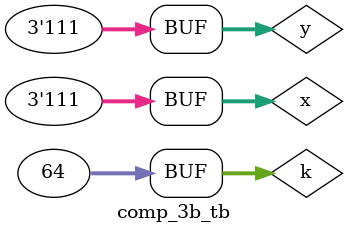
<source format=v>
module rel (
    input   x,     
    input   y,     
    output eq,         
    output lt,         
    output gt          
);
    assign eq = (x == y);   
    assign lt = (x < y);    
    assign gt = (x > y);    
endmodule
module comp_3b (
    input [2:0] x,     
    input [2:0] y,     
    output eq,         
    output lt,         
    output gt          
);
    wire eq0, lt0, gt0;
    wire eq1, lt1, gt1; 
    wire eq2, lt2, gt2;  

    rel rel_0 (
        .x(x[0]),   
        .y(y[0]),   
        .eq(eq0),     
        .lt(lt0),     
        .gt(gt0)      
    );

    rel rel_1 (
        .x(x[1]),   
        .y(y[1]),   
        .eq(eq1),     
        .lt(lt1),     
        .gt(gt1)       
    );
    
    rel rel_2 (
        .x(x[2]),   
        .y(y[2]),   
        .eq(eq2),     
        .lt(lt2),     
        .gt(gt2)       
    );

    assign eq = eq0 && eq1 && eq2;            
    assign gt = gt2 || (eq2 && gt1) || (eq2 && eq1 && gt0); 
    assign lt = lt2 || (eq2 && lt1) || (eq2 && eq1 && lt0);  
    
endmodule

module comp_3b_tb;
    reg [2:0] x, y;  
    wire eq, lt, gt; 

    comp_3b uut (
        .x(x),
        .y(y),
        .eq(eq),
        .lt(lt),
        .gt(gt)
    );

    integer k; 

    initial begin
        $display("Time\tx\ty\teq\tlt\tgt"); 
        $monitor("%0t\t%b\t%b\t%b\t%b\t%b", $time, x, y, eq, lt, gt); 

        for (k = 0; k < 64; k = k + 1) begin
            {x, y} = k; 
            #10; 
        end
    end
endmodule



  
  
</source>
